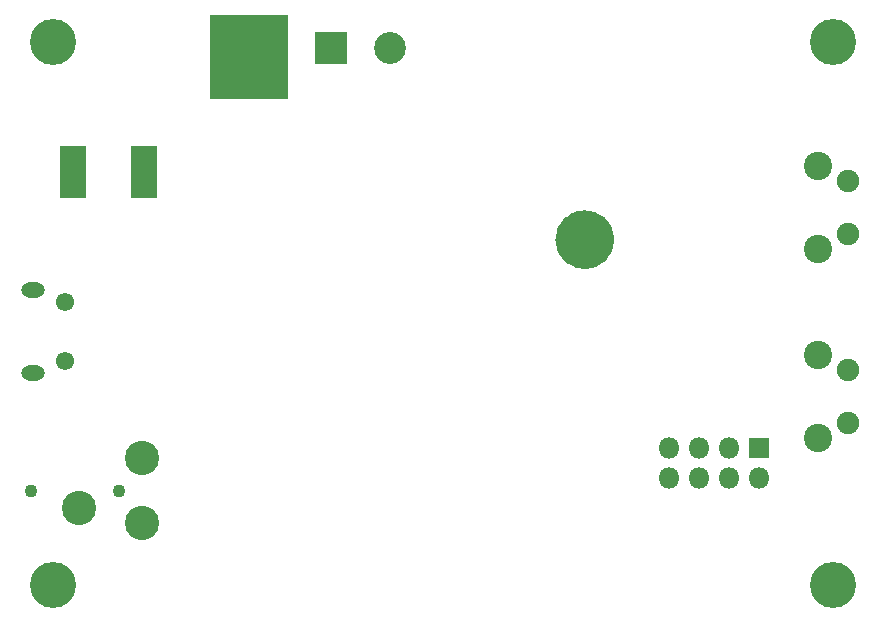
<source format=gbr>
%TF.GenerationSoftware,KiCad,Pcbnew,(5.1.6)-1*%
%TF.CreationDate,2020-08-23T15:31:51+02:00*%
%TF.ProjectId,ESP32MiniDrop,45535033-324d-4696-9e69-44726f702e6b,rev?*%
%TF.SameCoordinates,Original*%
%TF.FileFunction,Soldermask,Bot*%
%TF.FilePolarity,Negative*%
%FSLAX46Y46*%
G04 Gerber Fmt 4.6, Leading zero omitted, Abs format (unit mm)*
G04 Created by KiCad (PCBNEW (5.1.6)-1) date 2020-08-23 15:31:51*
%MOMM*%
%LPD*%
G01*
G04 APERTURE LIST*
%ADD10C,0.100000*%
%ADD11C,2.500000*%
%ADD12C,1.900000*%
%ADD13C,2.400000*%
%ADD14O,1.800000X1.800000*%
%ADD15R,1.800000X1.800000*%
%ADD16C,2.700000*%
%ADD17R,2.700000X2.700000*%
%ADD18C,1.100000*%
%ADD19C,2.900000*%
%ADD20C,3.900000*%
%ADD21O,2.000000X1.300000*%
%ADD22C,1.550000*%
%ADD23R,2.300000X4.500000*%
G04 APERTURE END LIST*
D10*
G36*
X23750000Y-8750000D02*
G01*
X17250000Y-8750000D01*
X17250000Y-1750000D01*
X23750000Y-1750000D01*
X23750000Y-8750000D01*
G37*
X23750000Y-8750000D02*
X17250000Y-8750000D01*
X17250000Y-1750000D01*
X23750000Y-1750000D01*
X23750000Y-8750000D01*
D11*
X50225000Y-20750000D02*
G75*
G03*
X50225000Y-20750000I-1225000J0D01*
G01*
D12*
%TO.C,SW1*%
X71245000Y-31750000D03*
X71245000Y-36250000D03*
D13*
X68755000Y-30495000D03*
X68755000Y-37505000D03*
%TD*%
D14*
%TO.C,J5*%
X56134000Y-40894000D03*
X56134000Y-38354000D03*
X58674000Y-40894000D03*
X58674000Y-38354000D03*
X61214000Y-40894000D03*
X61214000Y-38354000D03*
X63754000Y-40894000D03*
D15*
X63754000Y-38354000D03*
%TD*%
D16*
%TO.C,J4*%
X32500000Y-4500000D03*
D17*
X27500000Y-4500000D03*
%TD*%
D18*
%TO.C,J3*%
X2100000Y-42000000D03*
X9600000Y-42000000D03*
D19*
X11500000Y-39250000D03*
X11500000Y-44750000D03*
X6200000Y-43500000D03*
%TD*%
D20*
%TO.C,REF\u002A\u002A*%
X4000000Y-4000000D03*
%TD*%
D21*
%TO.C,J1*%
X2262500Y-25000000D03*
X2262500Y-32000000D03*
D22*
X4962500Y-31000000D03*
X4962500Y-26000000D03*
%TD*%
D23*
%TO.C,J2*%
X5700000Y-15000000D03*
X11700000Y-15000000D03*
%TD*%
D12*
%TO.C,SW2*%
X71245000Y-15750000D03*
X71245000Y-20250000D03*
D13*
X68755000Y-14495000D03*
X68755000Y-21505000D03*
%TD*%
D20*
%TO.C,REF\u002A\u002A*%
X70000000Y-4000000D03*
%TD*%
%TO.C,REF\u002A\u002A*%
X4000000Y-50000000D03*
%TD*%
%TO.C,REF\u002A\u002A*%
X70000000Y-50000000D03*
%TD*%
M02*

</source>
